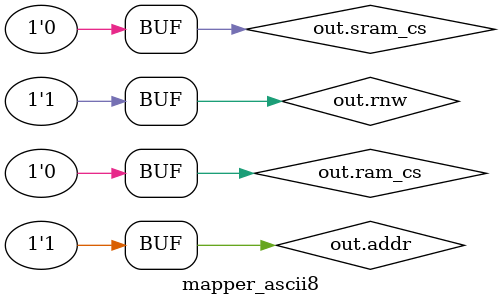
<source format=sv>
module mapper_ascii8 (
    cpu_bus_if.device_mp    cpu_bus,                // Interface for CPU communication
    block_info              block_info,             // Struct containing mapper configuration and parameters
    mapper_out              out                     // Interface for mapper output
);
    assign out.sram_cs = '0;
    assign out.ram_cs  = '0;
    assign out.rnw     = '1;
    assign out.addr    = {27{1'b1}};

endmodule

</source>
